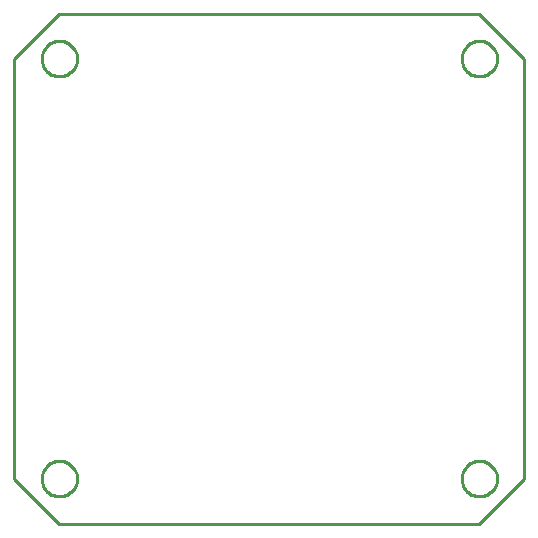
<source format=gbr>
G04 EAGLE Gerber RS-274X export*
G75*
%MOMM*%
%FSLAX34Y34*%
%LPD*%
%IN*%
%IPPOS*%
%AMOC8*
5,1,8,0,0,1.08239X$1,22.5*%
G01*
%ADD10C,0.254000*%


D10*
X0Y38100D02*
X38100Y0D01*
X393700Y0D01*
X431800Y38100D01*
X431800Y393700D01*
X393700Y431800D01*
X38100Y431800D01*
X0Y393700D01*
X0Y38100D01*
X53100Y393164D02*
X53024Y392096D01*
X52871Y391035D01*
X52643Y389988D01*
X52341Y388960D01*
X51967Y387956D01*
X51522Y386981D01*
X51008Y386041D01*
X50429Y385140D01*
X49787Y384282D01*
X49085Y383472D01*
X48328Y382715D01*
X47518Y382013D01*
X46660Y381371D01*
X45759Y380792D01*
X44819Y380278D01*
X43844Y379833D01*
X42840Y379459D01*
X41812Y379157D01*
X40765Y378929D01*
X39704Y378776D01*
X38636Y378700D01*
X37564Y378700D01*
X36496Y378776D01*
X35435Y378929D01*
X34388Y379157D01*
X33360Y379459D01*
X32356Y379833D01*
X31381Y380278D01*
X30441Y380792D01*
X29540Y381371D01*
X28682Y382013D01*
X27872Y382715D01*
X27115Y383472D01*
X26413Y384282D01*
X25771Y385140D01*
X25192Y386041D01*
X24678Y386981D01*
X24233Y387956D01*
X23859Y388960D01*
X23557Y389988D01*
X23329Y391035D01*
X23176Y392096D01*
X23100Y393164D01*
X23100Y394236D01*
X23176Y395304D01*
X23329Y396365D01*
X23557Y397412D01*
X23859Y398440D01*
X24233Y399444D01*
X24678Y400419D01*
X25192Y401359D01*
X25771Y402260D01*
X26413Y403118D01*
X27115Y403928D01*
X27872Y404685D01*
X28682Y405387D01*
X29540Y406029D01*
X30441Y406608D01*
X31381Y407122D01*
X32356Y407567D01*
X33360Y407941D01*
X34388Y408243D01*
X35435Y408471D01*
X36496Y408624D01*
X37564Y408700D01*
X38636Y408700D01*
X39704Y408624D01*
X40765Y408471D01*
X41812Y408243D01*
X42840Y407941D01*
X43844Y407567D01*
X44819Y407122D01*
X45759Y406608D01*
X46660Y406029D01*
X47518Y405387D01*
X48328Y404685D01*
X49085Y403928D01*
X49787Y403118D01*
X50429Y402260D01*
X51008Y401359D01*
X51522Y400419D01*
X51967Y399444D01*
X52341Y398440D01*
X52643Y397412D01*
X52871Y396365D01*
X53024Y395304D01*
X53100Y394236D01*
X53100Y393164D01*
X408700Y37564D02*
X408624Y36496D01*
X408471Y35435D01*
X408243Y34388D01*
X407941Y33360D01*
X407567Y32356D01*
X407122Y31381D01*
X406608Y30441D01*
X406029Y29540D01*
X405387Y28682D01*
X404685Y27872D01*
X403928Y27115D01*
X403118Y26413D01*
X402260Y25771D01*
X401359Y25192D01*
X400419Y24678D01*
X399444Y24233D01*
X398440Y23859D01*
X397412Y23557D01*
X396365Y23329D01*
X395304Y23176D01*
X394236Y23100D01*
X393164Y23100D01*
X392096Y23176D01*
X391035Y23329D01*
X389988Y23557D01*
X388960Y23859D01*
X387956Y24233D01*
X386981Y24678D01*
X386041Y25192D01*
X385140Y25771D01*
X384282Y26413D01*
X383472Y27115D01*
X382715Y27872D01*
X382013Y28682D01*
X381371Y29540D01*
X380792Y30441D01*
X380278Y31381D01*
X379833Y32356D01*
X379459Y33360D01*
X379157Y34388D01*
X378929Y35435D01*
X378776Y36496D01*
X378700Y37564D01*
X378700Y38636D01*
X378776Y39704D01*
X378929Y40765D01*
X379157Y41812D01*
X379459Y42840D01*
X379833Y43844D01*
X380278Y44819D01*
X380792Y45759D01*
X381371Y46660D01*
X382013Y47518D01*
X382715Y48328D01*
X383472Y49085D01*
X384282Y49787D01*
X385140Y50429D01*
X386041Y51008D01*
X386981Y51522D01*
X387956Y51967D01*
X388960Y52341D01*
X389988Y52643D01*
X391035Y52871D01*
X392096Y53024D01*
X393164Y53100D01*
X394236Y53100D01*
X395304Y53024D01*
X396365Y52871D01*
X397412Y52643D01*
X398440Y52341D01*
X399444Y51967D01*
X400419Y51522D01*
X401359Y51008D01*
X402260Y50429D01*
X403118Y49787D01*
X403928Y49085D01*
X404685Y48328D01*
X405387Y47518D01*
X406029Y46660D01*
X406608Y45759D01*
X407122Y44819D01*
X407567Y43844D01*
X407941Y42840D01*
X408243Y41812D01*
X408471Y40765D01*
X408624Y39704D01*
X408700Y38636D01*
X408700Y37564D01*
X408700Y393164D02*
X408624Y392096D01*
X408471Y391035D01*
X408243Y389988D01*
X407941Y388960D01*
X407567Y387956D01*
X407122Y386981D01*
X406608Y386041D01*
X406029Y385140D01*
X405387Y384282D01*
X404685Y383472D01*
X403928Y382715D01*
X403118Y382013D01*
X402260Y381371D01*
X401359Y380792D01*
X400419Y380278D01*
X399444Y379833D01*
X398440Y379459D01*
X397412Y379157D01*
X396365Y378929D01*
X395304Y378776D01*
X394236Y378700D01*
X393164Y378700D01*
X392096Y378776D01*
X391035Y378929D01*
X389988Y379157D01*
X388960Y379459D01*
X387956Y379833D01*
X386981Y380278D01*
X386041Y380792D01*
X385140Y381371D01*
X384282Y382013D01*
X383472Y382715D01*
X382715Y383472D01*
X382013Y384282D01*
X381371Y385140D01*
X380792Y386041D01*
X380278Y386981D01*
X379833Y387956D01*
X379459Y388960D01*
X379157Y389988D01*
X378929Y391035D01*
X378776Y392096D01*
X378700Y393164D01*
X378700Y394236D01*
X378776Y395304D01*
X378929Y396365D01*
X379157Y397412D01*
X379459Y398440D01*
X379833Y399444D01*
X380278Y400419D01*
X380792Y401359D01*
X381371Y402260D01*
X382013Y403118D01*
X382715Y403928D01*
X383472Y404685D01*
X384282Y405387D01*
X385140Y406029D01*
X386041Y406608D01*
X386981Y407122D01*
X387956Y407567D01*
X388960Y407941D01*
X389988Y408243D01*
X391035Y408471D01*
X392096Y408624D01*
X393164Y408700D01*
X394236Y408700D01*
X395304Y408624D01*
X396365Y408471D01*
X397412Y408243D01*
X398440Y407941D01*
X399444Y407567D01*
X400419Y407122D01*
X401359Y406608D01*
X402260Y406029D01*
X403118Y405387D01*
X403928Y404685D01*
X404685Y403928D01*
X405387Y403118D01*
X406029Y402260D01*
X406608Y401359D01*
X407122Y400419D01*
X407567Y399444D01*
X407941Y398440D01*
X408243Y397412D01*
X408471Y396365D01*
X408624Y395304D01*
X408700Y394236D01*
X408700Y393164D01*
X53100Y37564D02*
X53024Y36496D01*
X52871Y35435D01*
X52643Y34388D01*
X52341Y33360D01*
X51967Y32356D01*
X51522Y31381D01*
X51008Y30441D01*
X50429Y29540D01*
X49787Y28682D01*
X49085Y27872D01*
X48328Y27115D01*
X47518Y26413D01*
X46660Y25771D01*
X45759Y25192D01*
X44819Y24678D01*
X43844Y24233D01*
X42840Y23859D01*
X41812Y23557D01*
X40765Y23329D01*
X39704Y23176D01*
X38636Y23100D01*
X37564Y23100D01*
X36496Y23176D01*
X35435Y23329D01*
X34388Y23557D01*
X33360Y23859D01*
X32356Y24233D01*
X31381Y24678D01*
X30441Y25192D01*
X29540Y25771D01*
X28682Y26413D01*
X27872Y27115D01*
X27115Y27872D01*
X26413Y28682D01*
X25771Y29540D01*
X25192Y30441D01*
X24678Y31381D01*
X24233Y32356D01*
X23859Y33360D01*
X23557Y34388D01*
X23329Y35435D01*
X23176Y36496D01*
X23100Y37564D01*
X23100Y38636D01*
X23176Y39704D01*
X23329Y40765D01*
X23557Y41812D01*
X23859Y42840D01*
X24233Y43844D01*
X24678Y44819D01*
X25192Y45759D01*
X25771Y46660D01*
X26413Y47518D01*
X27115Y48328D01*
X27872Y49085D01*
X28682Y49787D01*
X29540Y50429D01*
X30441Y51008D01*
X31381Y51522D01*
X32356Y51967D01*
X33360Y52341D01*
X34388Y52643D01*
X35435Y52871D01*
X36496Y53024D01*
X37564Y53100D01*
X38636Y53100D01*
X39704Y53024D01*
X40765Y52871D01*
X41812Y52643D01*
X42840Y52341D01*
X43844Y51967D01*
X44819Y51522D01*
X45759Y51008D01*
X46660Y50429D01*
X47518Y49787D01*
X48328Y49085D01*
X49085Y48328D01*
X49787Y47518D01*
X50429Y46660D01*
X51008Y45759D01*
X51522Y44819D01*
X51967Y43844D01*
X52341Y42840D01*
X52643Y41812D01*
X52871Y40765D01*
X53024Y39704D01*
X53100Y38636D01*
X53100Y37564D01*
M02*

</source>
